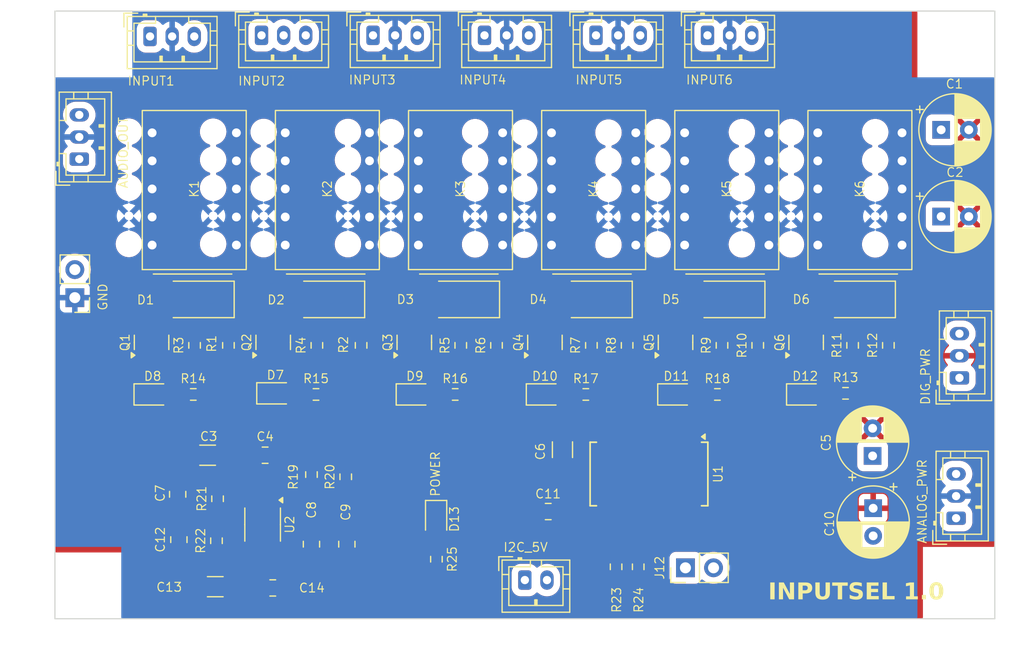
<source format=kicad_pcb>
(kicad_pcb (version 20240108) (generator "pcbnew") (generator_version "8.0")
  (layers (0 "F.Cu" signal) (1 "In1.Cu" signal) (2 "In2.Cu" signal) (31 "B.Cu" signal) (34 "B.Paste" user) (35 "F.Paste" user) (36 "B.SilkS" user "B.Silkscreen") (37 "F.SilkS" user "F.Silkscreen") (38 "B.Mask" user) (39 "F.Mask" user) (44 "Edge.Cuts" user))
  (net 0 "")
  (net 1 "GND")
  (net 2 "AGND")
  (net 3 "RCA1_L")
  (net 4 "RCA1_R")
  (net 5 "RCA2_L")
  (net 6 "RCA2_R")
  (net 7 "RCA3_L")
  (net 8 "RCA4_L")
  (net 9 "RCA4_R")
  (net 10 "3V3")
  (net 11 "RCA3_R")
  (net 12 "V-")
  (net 13 "V+")
  (net 14 "GND_OUT")
  (net 15 "RCA5_L")
  (net 16 "RCA6_L")
  (net 17 "RCA6_R")
  (net 18 "RCA5_R")
  (net 19 "5V")
  (net 20 "SDA_5V")
  (net 21 "SCL_5V")
  (net 22 "Net-(D1-A)")
  (net 23 "Net-(Q1-B)")
  (net 24 "RCA1")
  (net 25 "FL_AIN")
  (net 26 "FR_AIN")
  (net 27 "Net-(D2-A)")
  (net 28 "Net-(Q2-B)")
  (net 29 "Net-(D3-A)")
  (net 30 "Net-(D4-A)")
  (net 31 "Net-(D5-A)")
  (net 32 "Net-(D6-A)")
  (net 33 "Net-(Q3-B)")
  (net 34 "Net-(Q4-B)")
  (net 35 "Net-(Q5-B)")
  (net 36 "Net-(Q6-B)")
  (net 37 "RCA2")
  (net 38 "RCA3")
  (net 39 "RCA4")
  (net 40 "RCA5")
  (net 41 "RCA6")
  (net 42 "OUT_R")
  (net 43 "OUT_L")
  (net 44 "Net-(U2B-+)")
  (net 45 "Net-(U2A-+)")
  (net 46 "Net-(D7-A)")
  (net 47 "Net-(D8-A)")
  (net 48 "Net-(D9-A)")
  (net 49 "Net-(D10-A)")
  (net 50 "Net-(D11-A)")
  (net 51 "Net-(D12-A)")
  (net 52 "Net-(D13-A)")
  (net 53 "Net-(C9-Pad2)")
  (net 54 "Net-(C12-Pad2)")
  (net 55 "Net-(J12-Pin_1)")
  (net 56 "Net-(U1-~{RESET})")
  (footprint "Connector_PinHeader_2.54mm:PinHeader_1x02_P2.54mm_Vertical" (layer "F.Cu") (at 88.2364 87.105 180)
    (property "Reference" "J8" (hide yes))
    (property "Value" "Conn_01x02_Male")
    (pad "1" thru_hole rect (at 0 0 180) (size 1.7 1.7) (drill 1) (layers "*.Cu" "*.Mask") (net 2 "AGND"))
    (pad "2" thru_hole oval (at 0 2.54 180) (size 1.7 1.7) (drill 1) (layers "*.Cu" "*.Mask") (net 14 "GND_OUT"))
  )
  (footprint "Resistor_SMD:R_0603_1608Metric_Pad0.98x0.95mm_HandSolder" (layer "F.Cu") (at 110.1264 91.4228 90)
    (property "Reference" "R4" (at 0 -1.43 90) (layer "F.SilkS") (effects (font (size 0.8 0.8) (thickness 0.1))))
    (property "Value" "1K")
    (pad "1" smd roundrect (at -0.9125 0 90) (size 0.975 0.95) (layers "F.Cu" "F.Paste" "F.Mask") (net 37 "RCA2"))
    (pad "2" smd roundrect (at 0.9125 0 90) (size 0.975 0.95) (layers "F.Cu" "F.Paste" "F.Mask") (net 28 "Net-(Q2-B)"))
  )
  (footprint "Resistor_SMD:R_0603_1608Metric_Pad0.98x0.95mm_HandSolder" (layer "F.Cu") (at 114.1264 91.4228 -90)
    (property "Reference" "R2" (at -0.0578 1.59 90) (layer "F.SilkS") (effects (font (size 0.8 0.8) (thickness 0.1))))
    (property "Value" "4.7K")
    (pad "1" smd roundrect (at -0.9125 0 270) (size 0.975 0.95) (layers "F.Cu" "F.Paste" "F.Mask") (net 1 "GND"))
    (pad "2" smd roundrect (at 0.9125 0 270) (size 0.975 0.95) (layers "F.Cu" "F.Paste" "F.Mask") (net 37 "RCA2"))
  )
  (footprint "MountingHole:MountingHole_3.2mm_M3" (layer "F.Cu") (at 168.9364 113.665)
    (property "Reference" "H4" (hide yes))
    (property "Value" "MountingHole")
    (pad "" np_thru_hole circle (at 0 0) (size 3.2 3.2) (drill 3.2) (layers "*.Cu" "*.Mask"))
  )
  (footprint "Custom:KEMET EA2" (layer "F.Cu") (at 147.1964 77.265 90)
    (property "Reference" "K5" (at 0 0 90) (layer "F.SilkS") (effects (font (size 0.8 0.8) (thickness 0.1))))
    (property "Value" "EA2-5NU")
    (pad "1" thru_hole circle (at -5.08 3.81 90) (size 1.2 1.2) (drill 0.8) (layers "*.Cu" "*.Mask") (net 19 "5V"))
    (pad "3" thru_hole circle (at -2.54 3.81 90) (size 1.2 1.2) (drill 0.8) (layers "*.Cu" "*.Mask") (net 2 "AGND"))
    (pad "4" thru_hole circle (at 0 3.81 90) (size 1.2 1.2) (drill 0.8) (layers "*.Cu" "*.Mask") (net 26 "FR_AIN"))
    (pad "5" thru_hole circle (at 2.54 3.81 90) (size 1.2 1.2) (drill 0.8) (layers "*.Cu" "*.Mask") (net 18 "RCA5_R"))
    (pad "6" thru_hole circle (at 5.08 3.81 90) (size 1.2 1.2) (drill 0.8) (layers "*.Cu" "*.Mask"))
    (pad "7" thru_hole circle (at 5.08 -3.81 90) (size 1.2 1.2) (drill 0.8) (layers "*.Cu" "*.Mask"))
    (pad "8" thru_hole circle (at 2.54 -3.81 90) (size 1.2 1.2) (drill 0.8) (layers "*.Cu" "*.Mask") (net 15 "RCA5_L"))
    (pad "9" thru_hole circle (at 0 -3.81 90) (size 1.2 1.2) (drill 0.8) (layers "*.Cu" "*.Mask") (net 25 "FL_AIN"))
    (pad "10" thru_hole circle (at -2.54 -3.81 90) (size 1.2 1.2) (drill 0.8) (layers "*.Cu" "*.Mask") (net 2 "AGND"))
    (pad "12" thru_hole circle (at -5.08 -3.81 90) (size 1.2 1.2) (drill 0.8) (layers "*.Cu" "*.Mask") (net 31 "Net-(D5-A)"))
  )
  (footprint "Custom:KEMET EA2" (layer "F.Cu") (at 99.0364 77.265 90)
    (property "Reference" "K1" (at 0 0 90) (layer "F.SilkS") (effects (font (size 0.8 0.8) (thickness 0.1))))
    (property "Value" "EA2-5NU")
    (pad "1" thru_hole circle (at -5.08 3.81 90) (size 1.2 1.2) (drill 0.8) (layers "*.Cu" "*.Mask") (net 19 "5V"))
    (pad "3" thru_hole circle (at -2.54 3.81 90) (size 1.2 1.2) (drill 0.8) (layers "*.Cu" "*.Mask") (net 2 "AGND"))
    (pad "4" thru_hole circle (at 0 3.81 90) (size 1.2 1.2) (drill 0.8) (layers "*.Cu" "*.Mask") (net 26 "FR_AIN"))
    (pad "5" thru_hole circle (at 2.54 3.81 90) (size 1.2 1.2) (drill 0.8) (layers "*.Cu" "*.Mask") (net 4 "RCA1_R"))
    (pad "6" thru_hole circle (at 5.08 3.81 90) (size 1.2 1.2) (drill 0.8) (layers "*.Cu" "*.Mask"))
    (pad "7" thru_hole circle (at 5.08 -3.81 90) (size 1.2 1.2) (drill 0.8) (layers "*.Cu" "*.Mask"))
    (pad "8" thru_hole circle (at 2.54 -3.81 90) (size 1.2 1.2) (drill 0.8) (layers "*.Cu" "*.Mask") (net 3 "RCA1_L"))
    (pad "9" thru_hole circle (at 0 -3.81 90) (size 1.2 1.2) (drill 0.8) (layers "*.Cu" "*.Mask") (net 25 "FL_AIN"))
    (pad "10" thru_hole circle (at -2.54 -3.81 90) (size 1.2 1.2) (drill 0.8) (layers "*.Cu" "*.Mask") (net 2 "AGND"))
    (pad "12" thru_hole circle (at -5.08 -3.81 90) (size 1.2 1.2) (drill 0.8) (layers "*.Cu" "*.Mask") (net 22 "Net-(D1-A)"))
  )
  (footprint "Resistor_SMD:R_0603_1608Metric_Pad0.98x0.95mm_HandSolder" (layer "F.Cu") (at 157.9364 95.765)
    (property "Reference" "R13" (at 0 -1.43 0) (layer "F.SilkS") (effects (font (size 0.8 0.8) (thickness 0.1))))
    (property "Value" "300R")
    (pad "1" smd roundrect (at -0.9125 0) (size 0.975 0.95) (layers "F.Cu" "F.Paste" "F.Mask") (net 51 "Net-(D12-A)"))
    (pad "2" smd roundrect (at 0.9125 0) (size 0.975 0.95) (layers "F.Cu" "F.Paste" "F.Mask") (net 41 "RCA6"))
  )
  (footprint "Capacitor_SMD:C_1206_3216Metric_Pad1.33x1.80mm_HandSolder" (layer "F.Cu") (at 100.9364 113.265 180)
    (property "Reference" "C13" (at 4.166787 -0.043312 0) (layer "F.SilkS") (effects (font (size 0.8 0.8) (thickness 0.1))))
    (property "Value" "10U")
    (pad "1" smd roundrect (at -1.5625 0 180) (size 1.325 1.8) (layers "F.Cu" "F.Paste" "F.Mask") (roundrect_rratio 0.188679) (net 13 "V+"))
    (pad "2" smd roundrect (at 1.5625 0 180) (size 1.325 1.8) (layers "F.Cu" "F.Paste" "F.Mask") (roundrect_rratio 0.188679) (net 2 "AGND"))
  )
  (footprint "Diode_SMD:D_SMA" (layer "F.Cu") (at 147.1364 87.265 180)
    (property "Reference" "D5" (at 5 0 0) (layer "F.SilkS") (effects (font (size 0.8 0.8) (thickness 0.1))))
    (property "Value" "1N4001")
    (pad "1" smd roundrect (at -2 0 180) (size 2.5 1.8) (layers "F.Cu" "F.Paste" "F.Mask") (roundrect_rratio 0.1388888889) (net 19 "5V"))
    (pad "2" smd roundrect (at 2 0 180) (size 2.5 1.8) (layers "F.Cu" "F.Paste" "F.Mask") (roundrect_rratio 0.1388888889) (net 31 "Net-(D5-A)"))
  )
  (footprint "Diode_SMD:D_SMA" (layer "F.Cu") (at 99.1364 87.265 180)
    (property "Reference" "D1" (at 4.5 -0.04 0) (layer "F.SilkS") (effects (font (size 0.8 0.8) (thickness 0.1))))
    (property "Value" "1N4001")
    (pad "1" smd roundrect (at -2 0 180) (size 2.5 1.8) (layers "F.Cu" "F.Paste" "F.Mask") (roundrect_rratio 0.1388888889) (net 19 "5V"))
    (pad "2" smd roundrect (at 2 0 180) (size 2.5 1.8) (layers "F.Cu" "F.Paste" "F.Mask") (roundrect_rratio 0.1388888889) (net 22 "Net-(D1-A)"))
  )
  (footprint "Resistor_SMD:R_0603_1608Metric_Pad0.98x0.95mm_HandSolder" (layer "F.Cu") (at 122.6364 95.865)
    (property "Reference" "R16" (at 0 -1.43 0) (layer "F.SilkS") (effects (font (size 0.8 0.8) (thickness 0.1))))
    (property "Value" "300R")
    (pad "1" smd roundrect (at -0.9125 0) (size 0.975 0.95) (layers "F.Cu" "F.Paste" "F.Mask") (net 48 "Net-(D9-A)"))
    (pad "2" smd roundrect (at 0.9125 0) (size 0.975 0.95) (layers "F.Cu" "F.Paste" "F.Mask") (net 38 "RCA3"))
  )
  (footprint "Diode_SMD:D_SMA" (layer "F.Cu") (at 158.9364 87.265 180)
    (property "Reference" "D6" (at 5 0 0) (layer "F.SilkS") (effects (font (size 0.8 0.8) (thickness 0.1))))
    (property "Value" "1N4001")
    (pad "1" smd roundrect (at -2 0 180) (size 2.5 1.8) (layers "F.Cu" "F.Paste" "F.Mask") (roundrect_rratio 0.1388888889) (net 19 "5V"))
    (pad "2" smd roundrect (at 2 0 180) (size 2.5 1.8) (layers "F.Cu" "F.Paste" "F.Mask") (roundrect_rratio 0.1388888889) (net 32 "Net-(D6-A)"))
  )
  (footprint "Custom:KEMET EA2" (layer "F.Cu") (at 159.2364 77.265 90)
    (property "Reference" "K6" (at 0 0 90) (layer "F.SilkS") (effects (font (size 0.8 0.8) (thickness 0.1))))
    (property "Value" "EA2-5NU")
    (pad "1" thru_hole circle (at -5.08 3.81 90) (size 1.2 1.2) (drill 0.8) (layers "*.Cu" "*.Mask") (net 19 "5V"))
    (pad "3" thru_hole circle (at -2.54 3.81 90) (size 1.2 1.2) (drill 0.8) (layers "*.Cu" "*.Mask") (net 2 "AGND"))
    (pad "4" thru_hole circle (at 0 3.81 90) (size 1.2 1.2) (drill 0.8) (layers "*.Cu" "*.Mask") (net 26 "FR_AIN"))
    (pad "5" thru_hole circle (at 2.54 3.81 90) (size 1.2 1.2) (drill 0.8) (layers "*.Cu" "*.Mask") (net 17 "RCA6_R"))
    (pad "6" thru_hole circle (at 5.08 3.81 90) (size 1.2 1.2) (drill 0.8) (layers "*.Cu" "*.Mask"))
    (pad "7" thru_hole circle (at 5.08 -3.81 90) (size 1.2 1.2) (drill 0.8) (layers "*.Cu" "*.Mask"))
    (pad "8" thru_hole circle (at 2.54 -3.81 90) (size 1.2 1.2) (drill 0.8) (layers "*.Cu" "*.Mask") (net 16 "RCA6_L"))
    (pad "9" thru_hole circle (at 0 -3.81 90) (size 1.2 1.2) (drill 0.8) (layers "*.Cu" "*.Mask") (net 25 "FL_AIN"))
    (pad "10" thru_hole circle (at -2.54 -3.81 90) (size 1.2 1.2) (drill 0.8) (layers "*.Cu" "*.Mask") (net 2 "AGND"))
    (pad "12" thru_hole circle (at -5.08 -3.81 90) (size 1.2 1.2) (drill 0.8) (layers "*.Cu" "*.Mask") (net 32 "Net-(D6-A)"))
  )
  (footprint "Resistor_SMD:R_0603_1608Metric_Pad0.98x0.95mm_HandSolder" (layer "F.Cu") (at 149.9976 91.4228 90)
    (property "Reference" "R10" (at 0 -1.43 90) (layer "F.SilkS") (effects (font (size 0.8 0.8) (thickness 0.1))))
    (property "Value" "4.7K")
    (pad "1" smd roundrect (at -0.9125 0 90) (size 0.975 0.95) (layers "F.Cu" "F.Paste" "F.Mask") (net 1 "GND"))
    (pad "2" smd roundrect (at 0.9125 0 90) (size 0.975 0.95) (layers "F.Cu" "F.Paste" "F.Mask") (net 40 "RCA5"))
  )
  (footprint "Custom:KEMET EA2" (layer "F.Cu") (at 135.1564 77.265 90)
    (property "Reference" "K4" (at 0 0 90) (layer "F.SilkS") (effects (font (size 0.8 0.8) (thickness 0.1))))
    (property "Value" "EA2-5NU")
    (pad "1" thru_hole circle (at -5.08 3.81 90) (size 1.2 1.2) (drill 0.8) (layers "*.Cu" "*.Mask") (net 19 "5V"))
    (pad "3" thru_hole circle (at -2.54 3.81 90) (size 1.2 1.2) (drill 0.8) (layers "*.Cu" "*.Mask") (net 2 "AGND"))
    (pad "4" thru_hole circle (at 0 3.81 90) (size 1.2 1.2) (drill 0.8) (layers "*.Cu" "*.Mask") (net 26 "FR_AIN"))
    (pad "5" thru_hole circle (at 2.54 3.81 90) (size 1.2 1.2) (drill 0.8) (layers "*.Cu" "*.Mask") (net 9 "RCA4_R"))
    (pad "6" thru_hole circle (at 5.08 3.81 90) (size 1.2 1.2) (drill 0.8) (layers "*.Cu" "*.Mask"))
    (pad "7" thru_hole circle (at 5.08 -3.81 90) (size 1.2 1.2) (drill 0.8) (layers "*.Cu" "*.Mask"))
    (pad "8" thru_hole circle (at 2.54 -3.81 90) (size 1.2 1.2) (drill 0.8) (layers "*.Cu" "*.Mask") (net 8 "RCA4_L"))
    (pad "9" thru_hole circle (at 0 -3.81 90) (size 1.2 1.2) (drill 0.8) (layers "*.Cu" "*.Mask") (net 25 "FL_AIN"))
    (pad "10" thru_hole circle (at -2.54 -3.81 90) (size 1.2 1.2) (drill 0.8) (layers "*.Cu" "*.Mask") (net 2 "AGND"))
    (pad "12" thru_hole circle (at -5.08 -3.81 90) (size 1.2 1.2) (drill 0.8) (layers "*.Cu" "*.Mask") (net 30 "Net-(D4-A)"))
  )
  (footprint "Package_TO_SOT_SMD:SOT-23" (layer "F.Cu") (at 130.7493 91.1528 90)
    (property "Reference" "Q4" (at 0 -2.4 90) (layer "F.SilkS") (effects (font (size 0.8 0.8) (thickness 0.1))))
    (property "Value" "BC859")
    (pad "1" smd roundrect (at -0.9375 -0.95 90) (size 1.475 0.6) (layers "F.Cu" "F.Paste" "F.Mask") (net 34 "Net-(Q4-B)"))
    (pad "2" smd roundrect (at -0.9375 0.95 90) (size 1.475 0.6) (layers "F.Cu" "F.Paste" "F.Mask") (net 30 "Net-(D4-A)"))
    (pad "3" smd roundrect (at 0.9375 0 90) (size 1.475 0.6) (layers "F.Cu" "F.Paste" "F.Mask") (net 1 "GND"))
  )
  (footprint "Package_TO_SOT_SMD:SOT-23" (layer "F.Cu") (at 95.1764 91.1528 90)
    (property "Reference" "Q1" (at 0 -2.4 90) (layer "F.SilkS") (effects (font (size 0.8 0.8) (thickness 0.1))))
    (property "Value" "BC859")
    (pad "1" smd roundrect (at -0.9375 -0.95 90) (size 1.475 0.6) (layers "F.Cu" "F.Paste" "F.Mask") (net 23 "Net-(Q1-B)"))
    (pad "2" smd roundrect (at -0.9375 0.95 90) (size 1.475 0.6) (layers "F.Cu" "F.Paste" "F.Mask") (net 22 "Net-(D1-A)"))
    (pad "3" smd roundrect (at 0.9375 0 90) (size 1.475 0.6) (layers "F.Cu" "F.Paste" "F.Mask") (net 1 "GND"))
  )
  (footprint "Capacitor_SMD:C_1206_3216Metric_Pad1.33x1.80mm_HandSolder" (layer "F.Cu") (at 132.3364 100.865 -90)
    (property "Reference" "C6" (at 0.1625 2 90) (layer "F.SilkS") (effects (font (size 0.8 0.8) (thickness 0.1))))
    (property "Value" "10U")
    (pad "1" smd roundrect (at -1.5625 0 270) (size 1.325 1.8) (layers "F.Cu" "F.Paste" "F.Mask") (roundrect_rratio 0.188679) (net 19 "5V"))
    (pad "2" smd roundrect (at 1.5625 0 270) (size 1.325 1.8) (layers "F.Cu" "F.Paste" "F.Mask") (roundrect_rratio 0.188679) (net 1 "GND"))
  )
  (footprint "LED_SMD:LED_0805_2012Metric" (layer "F.Cu") (at 106.3739 95.765)
    (property "Reference" "D7" (at 0 -1.65 0) (layer "F.SilkS") (effects (font (size 0.8 0.8) (thickness 0.1))))
    (property "Value" "RED")
    (pad "1" smd roundrect (at -0.9375 0) (size 0.975 1.4) (layers "F.Cu" "F.Paste" "F.Mask") (net 1 "GND"))
    (pad "2" smd roundrect (at 0.9375 0) (size 0.975 1.4) (layers "F.Cu" "F.Paste" "F.Mask") (net 46 "Net-(D7-A)"))
  )
  (footprint "Resistor_SMD:R_0603_1608Metric_Pad0.98x0.95mm_HandSolder" (layer "F.Cu") (at 123.139 91.4228 90)
    (property "Reference" "R5" (at 0 -1.43 90) (layer "F.SilkS") (effects (font (size 0.8 0.8) (thickness 0.1))))
    (property "Value" "1K")
    (pad "1" smd roundrect (at -0.9125 0 90) (size 0.975 0.95) (layers "F.Cu" "F.Paste" "F.Mask") (net 38 "RCA3"))
    (pad "2" smd roundrect (at 0.9125 0 90) (size 0.975 0.95) (layers "F.Cu" "F.Paste" "F.Mask") (net 33 "Net-(Q3-B)"))
  )
  (footprint "Connector_JST:JST_PH_B3B-PH-K_1x03_P2.00mm_Vertical" (layer "F.Cu") (at 115.2031 63.365)
    (property "Reference" "J4" (hide yes))
    (property "Value" "Conn_01x03_Pin")
    (pad "1" thru_hole roundrect (at 0 0) (size 1.2 1.75) (drill 0.75) (layers "*.Cu" "*.Mask") (roundrect_rratio 0.2083333333) (net 7 "RCA3_L"))
    (pad "2" thru_hole oval (at 2 0) (size 1.2 1.75) (drill 0.75) (layers "*.Cu" "*.Mask") (net 2 "AGND"))
    (pad "3" thru_hole oval (at 4 0) (size 1.2 1.75) (drill 0.75) (layers "*.Cu" "*.Mask") (net 11 "RCA3_R"))
  )
  (footprint "Custom:KEMET EA2" (layer "F.Cu") (at 111.0764 77.265 90)
    (property "Reference" "K2" (at 0 0 90) (layer "F.SilkS") (effects (font (size 0.8 0.8) (thickness 0.1))))
    (property "Value" "EA2-5NU")
    (pad "1" thru_hole circle (at -5.08 3.81 90) (size 1.2 1.2) (drill 0.8) (layers "*.Cu" "*.Mask") (net 19 "5V"))
    (pad "3" thru_hole circle (at -2.54 3.81 90) (size 1.2 1.2) (drill 0.8) (layers "*.Cu" "*.Mask") (net 2 "AGND"))
    (pad "4" thru_hole circle (at 0 3.81 90) (size 1.2 1.2) (drill 0.8) (layers "*.Cu" "*.Mask") (net 26 "FR_AIN"))
    (pad "5" thru_hole circle (at 2.54 3.81 90) (size 1.2 1.2) (drill 0.8) (layers "*.Cu" "*.Mask") (net 6 "RCA2_R"))
    (pad "6" thru_hole circle (at 5.08 3.81 90) (size 1.2 1.2) (drill 0.8) (layers "*.Cu" "*.Mask"))
    (pad "7" thru_hole circle (at 5.08 -3.81 90) (size 1.2 1.2) (drill 0.8) (layers "*.Cu" "*.Mask"))
    (pad "8" thru_hole circle (at 2.54 -3.81 90) (size 1.2 1.2) (drill 0.8) (layers "*.Cu" "*.Mask") (net 5 "RCA2_L"))
    (pad "9" thru_hole circle (at 0 -3.81 90) (size 1.2 1.2) (drill 0.8) (layers "*.Cu" "*.Mask") (net 25 "FL_AIN"))
    (pad "10" thru_hole circle (at -2.54 -3.81 90) (size 1.2 1.2) (drill 0.8) (layers "*.Cu" "*.Mask") (net 2 "AGND"))
    (pad "12" thru_hole circle (at -5.08 -3.81 90) (size 1.2 1.2) (drill 0.8) (layers "*.Cu" "*.Mask") (net 27 "Net-(D2-A)"))
  )
  (footprint "Resistor_SMD:R_0603_1608Metric_Pad0.98x0.95mm_HandSolder" (layer "F.Cu") (at 139.1864 111.465 90)
    (property "Reference" "R24" (at -3 0.05 90) (layer "F.SilkS") (effects (font (size 0.8 0.8) (thickness 0.1))))
    (property "Value" "4.7K")
    (pad "1" smd roundrect (at -0.9125 0 90) (size 0.975 0.95) (layers "F.Cu" "F.Paste" "F.Mask") (net 19 "5V"))
    (pad "2" smd roundrect (at 0.9125 0 90) (size 0.975 0.95) (layers "F.Cu" "F.Paste" "F.Mask") (net 56 "Net-(U1-~{RESET})"))
  )
  (footprint "LED_SMD:LED_0805_2012Metric" (layer "F.Cu") (at 142.6364 95.865)
    (property "Reference" "D11" (at 0 -1.65 0) (layer "F.SilkS") (effects (font (size 0.8 0.8) (thickness 0.1))))
    (property "Value" "RED")
    (pad "1" smd roundrect (at -0.9375 0) (size 0.975 1.4) (layers "F.Cu" "F.Paste" "F.Mask") (net 1 "GND"))
    (pad "2" smd roundrect (at 0.9375 0) (size 0.975 1.4) (layers "F.Cu" "F.Paste" "F.Mask") (net 50 "Net-(D11-A)"))
  )
  (footprint "Resistor_SMD:R_0603_1608Metric_Pad0.98x0.95mm_HandSolder" (layer "F.Cu") (at 112.7364 103.3173 90)
    (property "Reference" "R20" (at 0 -1.43 90) (layer "F.SilkS") (effects (font (size 0.8 0.8) (thickness 0.1))))
    (property "Value" "1K")
    (pad "1" smd roundrect (at -0.9125 0 90) (size 0.975 0.95) (layers "F.Cu" "F.Paste" "F.Mask") (net 26 "FR_AIN"))
    (pad "2" smd roundrect (at 0.9125 0 90) (size 0.975 0.95) (layers "F.Cu" "F.Paste" "F.Mask") (net 53 "Net-(C9-Pad2)"))
  )
  (footprint "Connector_JST:JST_PH_B3B-PH-K_1x03_P2.00mm_Vertical" (layer "F.Cu") (at 145.4531 63.365)
    (property "Reference" "J7" (hide yes))
    (property "Value" "Conn_01x03_Pin")
    (pad "1" thru_hole roundrect (at 0 0) (size 1.2 1.75) (drill 0.75) (layers "*.Cu" "*.Mask") (roundrect_rratio 0.208333) (net 15 "RCA5_L"))
    (pad "2" thru_hole oval (at 2 0) (size 1.2 1.75) (drill 0.75) (layers "*.Cu" "*.Mask") (net 2 "AGND"))
    (pad "3" thru_hole oval (at 4 0) (size 1.2 1.75) (drill 0.75) (layers "*.Cu" "*.Mask") (net 18 "RCA5_R"))
  )
  (footprint "Connector_JST:JST_PH_B3B-PH-K_1x03_P2.00mm_Vertical" (layer "F.Cu") (at 168.2364 94.365 90)
    (property "Reference" "J9" (hide yes))
    (property "Value" "Conn_01x03_Pin")
    (pad "1" thru_hole roundrect (at 0 0 90) (size 1.2 1.75) (drill 0.75) (layers "*.Cu" "*.Mask") (roundrect_rratio 0.208333) (net 10 "3V3"))
    (pad "2" thru_hole oval (at 2 0 90) (size 1.2 1.75) (drill 0.75) (layers "*.Cu" "*.Mask") (net 1 "GND"))
    (pad "3" thru_hole oval (at 4 0 90) (size 1.2 1.75) (drill 0.75) (layers "*.Cu" "*.Mask") (net 19 "5V"))
  )
  (footprint "Package_TO_SOT_SMD:SOT-23" (layer "F.Cu") (at 142.5623 91.1528 90)
    (property "Reference" "Q5" (at 0 -2.4 90) (layer "F.SilkS") (effects (font (size 0.8 0.8) (thickness 0.1))))
    (property "Value" "BC859")
    (pad "1" smd roundrect (at -0.9375 -0.95 90) (size 1.475 0.6) (layers "F.Cu" "F.Paste" "F.Mask") (net 35 "Net-(Q5-B)"))
    (pad "2" smd roundrect (at -0.9375 0.95 90) (size 1.475 0.6) (layers "F.Cu" "F.Paste" "F.Mask") (net 31 "Net-(D5-A)"))
    (pad "3" smd roundrect (at 0.9375 0 90) (size 1.475 0.6) (layers "F.Cu" "F.Paste" "F.Mask") (net 1 "GND"))
  )
  (footprint "Capacitor_THT:CP_Radial_D6.3mm_P2.50mm" (layer "F.Cu") (at 166.5864 71.915)
    (property "Reference" "C1" (at 1.2 -4.15 0) (layer "F.SilkS") (effects (font (size 0.8 0.8) (thickness 0.1))))
    (property "Value" "470u")
    (pad "1" thru_hole rect (at 0 0) (size 1.6 1.6) (drill 0.8) (layers "*.Cu" "*.Mask") (net 10 "3V3"))
    (pad "2" thru_hole circle (at 2.5 0) (size 1.6 1.6) (drill 0.8) (layers "*.Cu" "*.Mask") (net 1 "GND"))
  )
  (footprint "Package_SO:SSOP-28_5.3x10.2mm_P0.65mm" (layer "F.Cu") (at 140.1614 103.065 -90)
    (property "Reference" "U1" (at 0 -6.25 90) (layer "F.SilkS") (effects (font (size 0.8 0.8) (thickness 0.1))))
    (property "Value" "MCP23017_SS")
    (pad "1" smd rect (at -3.6 -4.225 270) (size 1.75 0.45) (layers "F.Cu" "F.Paste" "F.Mask"))
    (pad "2" smd rect (at -3.6 -3.575 270) (size 1.75 0.45) (layers "F.Cu" "F.Paste" "F.Mask"))
    (pad "3" smd rect (at -3.6 -2.925 270) (size 1.75 0.45) (layers "F.Cu" "F.Paste" "F.Mask") (net 41 "RCA6"))
    (pad "4" smd rect (at -3.6 -2.275 270) (size 1.75 0.45) (layers "F.Cu" "F.Paste" "F.Mask") (net 40 "RCA5"))
    (pad "5" smd rect (at -3.6 -1.625 270) (size 1.75 0.45) (layers "F.Cu" "F.Paste" "F.Mask") (net 39 "RCA4"))
    (pad "6" smd rect (at -3.6 -0.975 270) (size 1.75 0.45) (layers "F.Cu" "F.Paste" "F.Mask") (net 38 "RCA3"))
    (pad "7" smd rect (at -3.6 -0.325 270) (size 1.75 0.45) (layers "F.Cu" "F.Paste" "F.Mask") (net 37 "RCA2"))
    (pad "8" smd rect (at -3.6 0.325 270) (size 1.75 0.45) (layers "F.Cu" "F.Paste" "F.Mask") (net 24 "RCA1"))
    (pad "9" smd rect (at -3.6 0.975 270) (size 1.75 0.45) (layers "F.Cu" "F.Paste" "F.Mask") (net 19 "5V"))
    (pad "10" smd rect (at -3.6 1.625 270) (size 1.75 0.45) (layers "F.Cu" "F.Paste" "F.Mask") (net 1 "GND"))
    (pad "11" smd rect (at -3.6 2.275 270) (size 1.75 0.45) (layers "F.Cu" "F.Paste" "F.Mask"))
    (pad "12" smd rect (at -3.6 2.925 270) (size 1.75 0.45) (layers "F.Cu" "F.Paste" "F.Mask") (net 21 "SCL_5V"))
    (pad "13" smd rect (at -3.6 3.575 270) (size 1.75 0.45) (layers "F.Cu" "F.Paste" "F.Mask") (net 20 "SDA_5V"))
    (pad "14" smd rect (at -3.6 4.225 270) (size 1.75 0.45) (layers "F.Cu" "F.Paste" "F.Mask"))
    (pad "15" smd rect (at 3.6 4.225 270) (size 1.75 0.45) (layers "F.Cu" "F.Paste" "F.Mask") (net 55 "Net-(J12-Pin_1)"))
    (pad "16" smd rect (at 3.6 3.575 270) (size 1.75 0.45) (layers "F.Cu" "F.Paste" "F.Mask") (net 1 "GND"))
    (pad "17" smd rect (at 3.6 2.925 270) (size 1.75 0.45) (layers "F.Cu" "F.Paste" "F.Mask") (net 1 "GND"))
    (pad "18" smd rect (at 3.6 2.275 270) (size 1.75 0.45) (layers "F.Cu" "F.Paste" "F.Mask") (net 56 "Net-(U1-~{RESET})"))
    (pad "19" smd rect (at 3.6 1.625 270) (size 1.75 0.45) (layers "F.Cu" "F.Paste" "F.Mask"))
    (pad "20" smd rect (at 3.6 0.975 270) (size 1.75 0.45) (layers "F.Cu" "F.Paste" "F.Mask"))
    (pad "21" smd rect (at 3.6 0.325 270) (size 1.75 0.45) (layers "F.Cu" "F.Paste" "F.Mask"))
    (pad "22" smd rect (at 3.6 -0.325 270) (size 1.75 0.45) (layers "F.Cu" "F.Paste" "F.Mask"))
    (pad "23" smd rect (at 3.6 -0.975 270) (size 1.75 0.45) (layers "F.Cu" "F.Paste" "F.Mask"))
    (pad "24" smd rect (at 3.6 -1.625 270) (size 1.75 0.45) (layers "F.Cu" "F.Paste" "F.Mask"))
    (pad "25" smd rect (at 3.6 -2.275 270) (size 1.75 0.45) (layers "F.Cu" "F.Paste" "F.Mask"))
    (pad "26" smd rect (at 3.6 -2.925 270) (size 1.75 0.45) (layers "F.Cu" "F.Paste" "F.Mask"))
    (pad "27" smd rect (at 3.6 -3.575 270) (size 1.75 0.45) (layers "F.Cu" "F.Paste" "F.Mask"))
    (pad "28" smd rect (at 3.6 -4.225 270) (size 1.75 0.45) (layers "F.Cu" "F.Paste" "F.Mask"))
  )
  (footprint "MountingHole:MountingHole_3.2mm_M3" (layer "F.Cu") (at 88.9364 63.665)
    (property "Reference" "H1" (hide yes))
    (property "Value" "MountingHole")
    (pad "" np_thru_hole circle (at 0 0) (size 3.2 3.2) (drill 3.2) (layers "*.Cu" "*.Mask"))
  )
  (footprint "Capacitor_SMD:C_0805_2012Metric_Pad1.18x1.45mm_HandSolder" (layer "F.Cu") (at 105.4458 101.365)
    (property "Reference" "C4" (at 0 -1.68 0) (layer "F.SilkS") (effects (font (size 0.8 0.8) (thickness 0.1))))
    (property "Value" "0.1U")
    (pad "1" smd roundrect (at -1.0375 0) (size 1.175 1.45) (layers "F.Cu" "F.Paste" "F.Mask") (roundrect_rratio 0.212766) (net 12 "V-"))
    (pad "2" smd roundrect (at 1.0375 0) (size 1.175 1.45) (layers "F.Cu" "F.Paste" "F.Mask") (roundrect_rratio 0.212766) (net 2 "AGND"))
  )
  (footprint "Resistor_SMD:R_0603_1608Metric_Pad0.98x0.95mm_HandSolder" (layer "F.Cu") (at 146.7649 91.4228 90)
    (property "Reference" "R9" (at 0 -1.43 90) (layer "F.SilkS") (effects (font (size 0.8 0.8) (thickness 0.1))))
    (property "Value" "1K")
    (pad "1" smd roundrect (at -0.9125 0 90) (size 0.975 0.95) (layers "F.Cu" "F.Paste" "F.Mask") (net 40 "RCA5"))
    (pad "2" smd roundrect (at 0.9125 0 90) (size 0.975 0.95) (layers "F.Cu" "F.Paste" "F.Mask") (net 35 "Net-(Q5-B)"))
  )
  (footprint "Package_TO_SOT_SMD:SOT-23" (layer "F.Cu") (at 106.1764 91.1528 90)
    (property "Reference" "Q2" (at 0 -2.4 90) (layer "F.SilkS") (effects (font (size 0.8 0.8) (thickness 0.1))))
    (property "Value" "BC859")
    (pad "1" smd roundrect (at -0.9375 -0.95 90) (size 1.475 0.6) (layers "F.Cu" "F.Paste" "F.Mask") (net 28 "Net-(Q2-B)"))
    (pad "2" smd roundrect (at -0.9375 0.95 90) (size 1.475 0.6) (layers "F.Cu" "F.Paste" "F.Mask") (net 27 "Net-(D2-A)"))
    (pad "3" smd roundrect (at 0.9375 0 90) (size 1.475 0.6) (layers "F.Cu" "F.Paste" "F.Mask") (net 1 "GND"))
  )
  (footprint "Resistor_SMD:R_0603_1608Metric_Pad0.98x0.95mm_HandSolder" (layer "F.Cu") (at 158.5779 91.4228 90)
    (property "Reference" "R11" (at 0 -1.43 90) (layer "F.SilkS") (effects (font (size 0.8 0.8) (thickness 0.1))))
    (property "Value" "1K")
    (pad "1" smd roundrect (at -0.9125 0 90) (size 0.975 0.95) (layers "F.Cu" "F.Paste" "F.Mask") (net 41 "RCA6"))
    (pad "2" smd roundrect (at 0.9125 0 90) (size 0.975 0.95) (layers "F.Cu" "F.Paste" "F.Mask") (net 36 "Net-(Q6-B)"))
  )
  (footprint "Connector_JST:JST_PH_B3B-PH-K_1x03_P2.00mm_Vertical" (layer "F.Cu") (at 95.0364 63.465)
    (property "Reference" "J2" (hide yes))
    (property "Value" "Conn_01x03_Pin")
    (pad "1" thru_hole roundrect (at 0 0) (size 1.2 1.75) (drill 0.75) (layers "*.Cu" "*.Mask") (roundrect_rratio 0.2083333333) (net 5 "RCA2_L"))
    (pad "2" thru_hole oval (at 2 0) (size 1.2 1.75) (drill 0.75) (layers "*.Cu" "*.Mask") (net 2 "AGND"))
    (pad "3" thru_hole oval (at 4 0) (size 1.2 1.75) (drill 0.75) (layers "*.Cu" "*.Mask") (net 6 "RCA2_R"))
  )
  (footprint "Connector_JST:JST_PH_B3B-PH-K_1x03_P2.00mm_Vertical" (layer "F.Cu") (at 88.6364 74.565 90)
    (property "Reference" "J1" (hide yes))
    (property "Value" "Conn_01x03_Pin")
    (pad "1" thru_hole roundrect (at 0 0 90) (size 1.2 1.75) (drill 0.75) (layers "*.Cu" "*.Mask") (roundrect_rratio 0.2083333333) (net 3 "RCA1_L"))
    (pad "2" thru_hole oval (at 2 0 90) (size 1.2 1.75) (drill 0.75) (layers "*.Cu" "*.Mask") (net 2 "AGND"))
    (pad "3" thru_hole oval (at 4 0 90) (size 1.2 1.75) (drill 0.75) (layers "*.Cu" "*.Mask") (net 4 "RCA1_R"))
  )
  (footprint "Package_TO_SOT_SMD:SOT-23" (layer "F.Cu") (at 118.9364 91.1528 90)
    (property "Reference" "Q3" (at 0 -2.4 90) (layer "F.SilkS") (effects (font (size 0.8 0.8) (thickness 0.1))))
    (property "Value" "BC859")
    (pad "1" smd roundrect (at -0.9375 -0.95 90) (size 1.475 0.6) (layers "F.Cu" "F.Paste" "F.Mask") (net 33 "Net-(Q3-B)"))
    (pad "2" smd roundrect (at -0.9375 0.95 90) (size 1.475 0.6) (layers "F.Cu" "F.Paste" "F.Mask") (net 29 "Net-(D3-A)"))
    (pad "3" smd roundrect (at 0.9375 0 90) (size 1.475 0.6) (layers "F.Cu" "F.Paste" "F.Mask") (net 1 "GND"))
  )
  (footprint "Connector_JST:JST_PH_B3B-PH-K_1x03_P2.00mm_Vertical" (layer "F.Cu") (at 105.1198 63.365)
    (property "Reference" "J3" (hide yes))
    (property "Value" "Conn_01x03_Pin")
    (pad "1" thru_hole roundrect (at 0 0) (size 1.2 1.75) (drill 0.75) (layers "*.Cu" "*.Mask") (roundrect_rratio 0.208333) (net 43 "OUT_L"))
    (pad "2" thru_hole oval (at 2 0) (size 1.2 1.75) (drill 0.75) (layers "*.Cu" "*.Mask") (net 14 "GND_OUT"))
    (pad "3" thru_hole oval (at 4 0) (size 1.2 1.75) (drill 0.75) (layers "*.Cu" "*.Mask") (net 42 "OUT_R"))
  )
  (footprint "Resistor_SMD:R_0603_1608Metric_Pad0.98x0.95mm_HandSolder" (layer "F.Cu") (at 109.6364 103.1173 90)
    (property "Reference" "R19" (at -0.212185 -1.64783 90) (layer "F.SilkS") (effects (font (size 0.8 0.8) (thickness 0.1))))
    (property "Value" "2K")
    (pad "1" smd roundrect (at -0.9125 0 90) (size 0.975 0.95) (layers "F.Cu" "F.Paste" "F.Mask") (net 53 "Net-(C9-Pad2)"))
    (pad "2" smd roundrect (at 0.9125 0 90) (size 0.975 0.95) (layers "F.Cu" "F.Paste" "F.Mask") (net 45 "Net-(U2A-+)"))
  )
  (footprint "Diode_SMD:D_SMA" (layer "F.Cu") (at 110.9364 87.265 180)
    (property "Reference" "D2" (at 4.5 -0.04 0) (layer "F.SilkS") (effects (font (size 0.8 0.8) (thickness 0.1))))
    (property "Value" "1N4001")
    (pad "1" smd roundrect (at -2 0 180) (size 2.5 1.8) (layers "F.Cu" "F.Paste" "F.Mask") (roundrect_rratio 0.1388888889) (net 19 "5V"))
    (pad "2" smd roundrect (at 2 0 180) (size 2.5 1.8) (layers "F.Cu" "F.Paste" "F.Mask") (roundrect_rratio 0.1388888889) (net 27 "Net-(D2-A)"))
  )
  (footprint "Resistor_SMD:R_0603_1608Metric_Pad0.98x0.95mm_HandSolder" (layer "F.Cu") (at 110.0489 95.865)
    (property "Reference" "R15" (at 0 -1.43 0) (layer "F.SilkS") (effects (font (size 0.8 0.8) (thickness 0.1))))
    (property "Value" "300R")
    (pad "1" smd roundrect (at -0.9125 0) (size 0.975 0.95) (layers "F.Cu" "F.Paste" "F.Mask") (net 46 "Net-(D7-A)"))
    (pad "2" smd roundrect (at 0.9125 0) (size 0.975 0.95) (layers "F.Cu" "F.Paste" "F.Mask") (net 37 "RCA2"))
  )
  (footprint "Package_SO:VSSOP-8_3x3mm_P0.65mm" (layer "F.Cu") (at 105.2208 107.6435 -90)
    (property "Reference" "U2" (at 0 -2.45 90) (layer "F.SilkS") (effects (font (size 0.8 0.8) (thickness 0.1))))
    (property "Value" "OPA1642")
    (pad "1" smd roundrect (at -2.1125 -0.975 270) (size 1.625 0.5) (layers "F.Cu" "F.Paste" "F.Mask") (net 42 "OUT_R"))
    (pad "2" smd roundrect (at -2.1125 -0.325 270) (size 1.625 0.5) (layers "F.Cu" "F.Paste" "F.Mask") (net 42 "OUT_R"))
    (pad "3" smd roundrect (at -2.1125 0.325 270) (size 1.625 0.5) (layers "F.Cu" "F.Paste" "F.Mask") (net 45 "Net-(U2A-+)"))
    (pad "4" smd roundrect (at -2.1125 0.975 270) (size 1.625 0.5) (layers "F.Cu" "F.Paste" "F.Mask") (net 12 "V-"))
    (pad "5" smd roundrect (at 2.1125 0.975 270) (size 1.625 0.5) (layers "F.Cu" "F.Paste" "F.Mask") (net 44 "Net-(U2B-+)"))
    (pad "6" smd roundrect (at 2.1125 0.325 270) (size 1.625 0.5) (layers "F.Cu" "F.Paste" "F.Mask") (net 43 "OUT_L"))
    (pad "7" smd roundrect (at 2.1125 -0.325 270) (size 1.625 0.5) (layers "F.Cu" "F.Paste" "F.Mask") (net 43 "OUT_L"))
    (pad "8" smd roundrect (at 2.1125 -0.975 270) (size 1.625 0.5) (layers "F.Cu" "F.Paste" "F.Mask") (net 13 "V+"))
  )
  (footprint "Resistor_SMD:R_0603_1608Metric_Pad0.98x0.95mm_HandSolder" (layer "F.Cu") (at 146.3489 95.865)
    (property "Reference" "R18" (at 0 -1.43 0) (layer "F.SilkS") (effects (font (size 0.8 0.8) (thickness 0.1))))
    (property "Value" "300R")
    (pad "1" smd roundrect (at -0.9125 0) (size 0.975 0.95) (layers "F.Cu" "F.Paste" "F.Mask") (net 50 "Net-(D11-A)"))
    (pad "2" smd roundrect (at 0.9125 0) (size 0.975 0.95) (layers "F.Cu" "F.Paste" "F.Mask") (net 40 "RCA5"))
  )
  (footprint "Resistor_SMD:R_0603_1608Metric_Pad0.98x0.95mm_HandSolder" (layer "F.Cu") (at 134.952 91.4228 90)
    (property "Reference" "R7" (at 0 -1.43 90) (layer "F.SilkS") (effects (font (size 0.8 0.8) (thickness 0.1))))
    (property "Value" "1K")
    (pad "1" smd roundrect (at -0.9125 0 90) (size 0.975 0.95) (layers "F.Cu" "F.Paste" "F.Mask") (net 39 "RCA4"))
    (pad "2" smd roundrect (at 0.9125 0 90) (size 0.975 0.95) (layers "F.Cu" "F.Paste" "F.Mask") (net 34 "Net-(Q4-B)"))
  )
  (footprint "LED_SMD:LED_0805_2012Metric" (layer "F.Cu") (at 154.2873 95.865)
    (property "Reference" "D12" (at 0 -1.65 0) (layer "F.SilkS") (effects (font (size 0.8 0.8) (thickness 0.1))))
    (property "Value" "RED")
    (pad "1" smd roundrect (at -0.9375 0) (size 0.975 1.4) (layers "F.Cu" "F.Paste" "F.Mask") (net 1 "GND"))
    (pad "2" smd roundrect (at 0.9375 0) (size 0.975 1.4) (layers "F.Cu" "F.Paste" "F.Mask") (net 51 "Net-(D12-A)"))
  )
  (footprint "Capacitor_SMD:C_0805_2012Metric_Pad1.18x1.45mm_HandSolder" (layer "F.Cu") (at 109.6364 109.4173 -90)
    (property "Reference" "C8" (at -3.1 0 90) (layer "F.SilkS") (effects (font (size 0.8 0.8) (thickness 0.1))))
    (property "Value" "1.5n C0G")
    (pad "1" smd roundrect (at -1.0375 0 270) (size 1.175 1.45) (layers "F.Cu" "F.Paste" "F.Mask") (roundrect_rratio 0.212766) (net 45 "Net-(U2A-+)"))
    (pad "2" smd roundrect (at 1.0375 0 270) (size 1.175 1.45) (layers "F.Cu" "F.Paste" "F.Mask") (roundrect_rratio 0.212766) (net 2 "AGND"))
  )
  (footprint "Resistor_SMD:R_0603_1608Metric_Pad0.98x0.95mm_HandSolder" (layer "F.Cu") (at 98.9489 95.865)
    (property "Reference" "R14" (at 0 -1.43 0) (layer "F.SilkS") (effects (font (size 0.8 0.8) (thickness 0.1))))
    (property "Value" "300R")
    (pad "1" smd roundrect (at -0.9125 0) (size 0.975 0.95) (layers "F.Cu" "F.Paste" "F.Mask") (net 47 "Net-(D8-A)"))
    (pad "2" smd roundrect (at 0.9125 0) (size 0.975 0.95) (layers "F.Cu" "F.Paste" "F.Mask") (net 24 "RCA1"))
  )
  (footprint "Capacitor_SMD:C_0805_2012Metric_Pad1.18x1.45mm_HandSolder" (layer "F.Cu") (at 106.1364 113.3775)
    (property "Reference" "C14" (at 3.5375 0 0) (layer "F.SilkS") (effects (font (size 0.8 0.8) (thickness 0.1))))
    (property "Value" "0.1U")
    (pad "1" smd roundrect (at -1.0375 0) (size 1.175 1.45) (layers "F.Cu" "F.Paste" "F.Mask") (roundrect_rratio 0.212766) (net 13 "V+"))
    (pad "2" smd roundrect (at 1.0375 0) (size 1.175 1.45) (layers "F.Cu" "F.Paste" "F.Mask") (roundrect_rratio 0.212766) (net 2 "AGND"))
  )
  (footprint "Capacitor_SMD:C_0805_2012Metric_Pad1.18x1.45mm_HandSolder" (layer "F.Cu") (at 131.0489 106.465 180)
    (property "Reference" "C11" (at 0.0125 1.6 0) (layer "F.SilkS") (effects (font (size 0.8 0.8) (thickness 0.1))))
    (property "Value" "0.1U")
    (pad "1" smd roundrect (at -1.0375 0 180) (size 1.175 1.45) (layers "F.Cu" "F.Paste" "F.Mask") (roundrect_rratio 0.212766) (net 19 "5V"))
    (pad "2" smd roundrect (at 1.0375 0 180) (size 1.175 1.45) (layers "F.Cu" "F.Paste" "F.Mask") (roundrect_rratio 0.212766) (net 1 "GND"))
  )
  (footprint "Resistor_SMD:R_0603_1608Metric_Pad0.98x0.95mm_HandSolder" (layer "F.Cu") (at 138.1846 91.4228 90)
    (property "Reference" "R8" (at 0 -1.43 90) (layer "F.SilkS") (effects (font (size 0.8 0.8) (thickness 0.1))))
    (property "Value" "4.7K")
    (pad "1" smd roundrect (at -0.9125 0 90) (size 0.975 0.95) (layers "F.Cu" "F.Paste" "F.Mask") (net 1 "GND"))
    (pad "2" smd roundrect (at 0.9125 0 90) (size 0.975 0.95) (layers "F.Cu" "F.Paste" "F.Mask") (net 39 "RCA4"))
  )
  (footprint "Connector_PinHeader_2.54mm:PinHeader_1x02_P2.54mm_Vertical" (layer "F.Cu") (at 143.4583 111.5562 90)
    (property "Reference" "J12" (at 0 -2.33 90) (layer "F.SilkS") (effects (font (size 0.8 0.8) (thickness 0.1))))
    (property "Value" "Conn_01x02_Pin")
    (pad "1" thru_hole rect (at 0 0 90) (size 1.7 1.7) (drill 1) (layers "*.Cu" "*.Mask") (net 55 "Net-(J12-Pin_1)"))
    (pad "2" thru_hole oval (at 0 2.54 90) (size 1.7 1.7) (drill 1) (layers "*.Cu" "*.Mask") (net 19 "5V"))
  )
  (footprint "Package_TO_SOT_SMD:SOT-23" (layer "F.Cu") (at 154.3752 91.1528 90)
    (property "Reference" "Q6" (at 0 -2.4 90) (layer "F.SilkS") (effects (font (size 0.8 0.8) (thickness 0.1))))
    (property "Value" "BC859")
    (pad "1" smd roundrect (at -0.9375 -0.95 90) (size 1.475 0.6) (layers "F.Cu" "F.Paste" "F.Mask") (net 36 "Net-(Q6-B)"))
    (pad "2" smd roundrect (at -0.9375 0.95 90) (size 1.475 0.6) (layers "F.Cu" "F.Paste" "F.Mask") (net 32 "Net-(D6-A)"))
    (pad "3" smd roundrect (at 0.9375 0 90) (size 1.475 0.6) (layers "F.Cu" "F.Paste" "F.Mask") (net 1 "GND"))
  )
  (footprint "Resistor_SMD:R_0603_1608Metric_Pad0.98x0.95mm_HandSolder" (layer "F.Cu") (at 101.1458 105.306 90)
    (property "Reference" "R21" (at 0 -1.43 90) (layer "F.SilkS") (effects (font (size 0.8 0.8) (thickness 0.1))))
    (property "Value" "2K")
    (pad "1" smd roundrect (at -0.9125 0 90) (size 0.975 0.95) (layers "F.Cu" "F.Paste" "F.Mask") (net 54 "Net-(C12-Pad2)"))
    (pad "2" smd roundrect (at 0.9125 0 90) (size 0.975 0.95) (layers "F.Cu" "F.Paste" "F.Mask") (net 44 "Net-(U2B-+)"))
  )
  (footprint "Custom:KEMET EA2" (layer "F.Cu") (at 123.1164 77.265 90)
    (property "Reference" "K3" (at 0 0 90) (layer "F.SilkS") (effects (font (size 0.8 0.8) (thickness 0.1))))
    (property "Value" "EA2-5NU")
    (pad "1" thru_hole circle (at -5.08 3.81 90) (size 1.2 1.2) (drill 0.8) (layers "*.Cu" "*.Mask") (net 19 "5V"))
    (pad "3" thru_hole circle (at -2.54 3.81 90) (size 1.2 1.2) (drill 0.8) (layers "*.Cu" "*.Mask") (net 2 "AGND"))
    (pad "4" thru_hole circle (at 0 3.81 90) (size 1.2 1.2) (drill 0.8) (layers "*.Cu" "*.Mask") (net 26 "FR_AIN"))
    (pad "5" thru_hole circle (at 2.54 3.81 90) (size 1.2 1.2) (drill 0.8) (layers "*.Cu" "*.Mask") (net 11 "RCA3_R"))
    (pad "6" thru_hole circle (at 5.08 3.81 90) (size 1.2 1.2) (drill 0.8) (layers "*.Cu" "*.Mask"))
    (pad "7" thru_hole circle (at 5.08 -3.81 90) (size 1.2 1.2) (drill 0.8) (layers "*.Cu" "*.Mask"))
    (pad "8" thru_hole circle (at 2.54 -3.81 90) (size 1.2 1.2) (drill 0.8) (layers "*.Cu" "*.Mask") (net 7 "RCA3_L"))
    (pad "9" thru_hole circle (at 0 -3.81 90) (size 1.2 1.2) (drill 0.8) (layers "*.Cu" "*.Mask") (net 25 "FL_AIN"))
    (pad "10" thru_hole circle (at -2.54 -3.81 90) (size 1.2 1.2) (drill 0.8) (layers "*.Cu" "*.Mask") (net 2 "AGND"))
    (pad "12" thru_hole circle (at -5.08 -3.81 90) (size 1.2 1.2) (drill 0.8) (layers "*.Cu" "*.Mask") (net 29 "Net-(D3-A)"))
  )
  (footprint "Diode_SMD:D_SMA" (layer "F.Cu") (at 123.1364 87.265 180)
    (property "Reference" "D3" (at 5 0 0) (layer "F.SilkS") (effects (font (size 0.8 0.8) (thickness 0.1))))
    (property "Value" "1N4001")
    (pad "1" smd roundrect (at -2 0 180) (size 2.5 1.8) (layers "F.Cu" "F.Paste" "F.Mask") (roundrect_rratio 0.1388888889) (net 19 "5V"))
    (pad "2" smd roundrect (at 2 0 180) (size 2.5 1.8) (layers "F.Cu" "F.Paste" "F.Mask") (roundrect_rratio 0.1388888889) (net 29 "Net-(D3-A)"))
  )
  (footprint "Resistor_SMD:R_0603_1608Metric_Pad0.98x0.95mm_HandSolder" (layer "F.Cu") (at 120.9364 110.7775 -90)
    (property "Reference" "R25" (at 0 -1.43 90) (layer "F.SilkS") (effects (font (size 0.8 0.8) (thickness 0.1))))
    (property "Value" "75R")
    (pad "1" smd roundrect (at -0.9125 0 270) (size 0.975 0.95) (layers "F.Cu" "F.Paste" "F.Mask") (net 52 "Net-(D13-A)"))
    (pad "2" smd roundrect (at 0.9125 0 270) (size 0.975 0.95) (layers "F.Cu" "F.Paste" "F.Mask") (net 10 "3V3"))
  )
  (footprint "Capacitor_SMD:C_1206_3216Metric_Pad1.33x1.80mm_HandSolder" (layer "F.Cu") (at 100.2458 101.365 180)
    (property "Reference" "C3" (at -0.1 1.7 0) (layer "F.SilkS") (effects (font (size 0.8 0.8) (thickness 0.1))))
    (property "Value" "10U")
    (pad "1" smd roundrect (at -1.5625 0 180) (size 1.325 1.8) (layers "F.Cu" "F.Paste" "F.Mask") (roundrect_rratio 0.188679) (net 12 "V-"))
    (pad "2" smd roundrect (at 1.5625 0 180) (size 1.325 1.8) (layers "F.Cu" "F.Paste" "F.Mask") (roundrect_rratio 0.188679) (net 2 "AGND"))
  )
  (footprint "Connector_JST:JST_PH_B2B-PH-K_1x02_P2.00mm_Vertical" (layer "F.Cu") (at 128.9364 112.665)
    (property "Reference" "J11" (hide yes))
    (property "Value" "Conn_01x02_Male")
    (pad "1" thru_hole roundrect (at 0 0) (size 1.2 1.75) (drill 0.75) (layers "*.Cu" "*.Mask") (roundrect_rratio 0.2083333333) (net 21 "SCL_5V"))
    (pad "2" thru_hole oval (at 2 0) (size 1.2 1.75) (drill 0.75) (layers "*.Cu" "*.Mask") (net 20 "SDA_5V"))
  )
  (footprint "Resistor_SMD:R_0603_1608Metric_Pad0.98x0.95mm_HandSolder" (layer "F.Cu") (at 99.0662 91.4228 90)
    (property "Reference" "R3" (at 0 -1.43 90) (layer "F.SilkS") (effects (font (size 0.8 0.8) (thickness 0.1))))
    (property "Value" "1K")
    (pad "1" smd roundrect (at -0.9125 0 90) (size 0.975 0.95) (layers "F.Cu" "F.Paste" "F.Mask") (net 24 "RCA1"))
    (pad "2" smd roundrect (at 0.9125 0 90) (size 0.975 0.95) (layers "F.Cu" "F.Paste" "F.Mask") (net 23 "Net-(Q1-B)"))
  )
  (footprint "Resistor_SMD:R_0603_1608Metric_Pad0.98x0.95mm_HandSolder" (layer "F.Cu") (at 137.1864 111.465 90)
    (property "Reference" "R23" (at -3 0.05 90) (layer "F.SilkS") (effects (font (size 0.8 0.8) (thickness 0.1))))
    (property "Value" "4.7K")
    (pad "1" smd roundrect (at -0.9125 0 90) (size 0.975 0.95) (layers "F.Cu" "F.Paste" "F.Mask") (net 1 "GND"))
    (pad "2" smd roundrect (at 0.9125 0 90) (size 0.975 0.95) (layers "F.Cu" "F.Paste" "F.Mask") (net 55 "Net-(J12-Pin_1)"))
  )
  (footprint "Capacitor_SMD:C_0805_2012Metric_Pad1.18x1.45mm_HandSolder" (layer "F.Cu") (at 112.8364 109.4173 90)
    (property "Reference" "C9" (at 2.9 -0.1 90) (layer "F.SilkS") (effects (font (size 0.8 0.8) (thickness 0.1))))
    (property "Value" "3.3n C0G")
    (pad "1" smd roundrect (at -1.0375 0 90) (size 1.175 1.45) (layers "F.Cu" "F.Paste" "F.Mask") (roundrect_rratio 0.212766) (net 42 "OUT_R"))
    (pad "2" smd roundrect (at 1.0375 0 90) (size 1.175 1.45) (layers "F.Cu" "F.Paste" "F.Mask") (roundrect_rratio 0.212766) (net 53 "Net-(C9-Pad2)"))
  )
  (footprint "MountingHole:MountingHole_3.2mm_M3" (layer "F.Cu") (at 88.9364 113.665)
    (property "Reference" "H3" (hide yes))
    (property "Value" "MountingHole")
    (pad "" np_thru_hole circle (at 0 0) (size 3.2 3.2) (drill 3.2) (layers "*.Cu" "*.Mask"))
  )
  (footprint "Resistor_SMD:R_0603_1608Metric_Pad0.98x0.95mm_HandSolder" (layer "F.Cu") (at 134.4489 95.865)
    (property "Reference" "R17" (at 0 -1.43 0) (layer "F.SilkS") (effects (font (size 0.8 0.8) (thickness 0.1))))
    (property "Value" "300R")
    (pad "1" smd roundrect (at -0.9125 0) (size 0.975 0.95) (layers "F.Cu" "F.Paste" "F.Mask") (net 49 "Net-(D10-A)"))
    (pad "2" smd roundrect (at 0.9125 0) (size 0.975 0.95) (layers "F.Cu" "F.Paste" "F.Mask") (net 39 "RCA4"))
  )
  (footprint "MountingHole:MountingHole_3.2mm_M3" (layer "F.Cu") (at 168.9364 63.665)
    (property "Reference" "H2" (hide yes))
    (property "Value" "MountingHole")
    (pad "" np_thru_hole circle (at 0 0) (size 3.2 3.2) (drill 3.2) (layers "*.Cu" "*.Mask"))
  )
  (footprint "LED_SMD:LED_0805_2012Metric" (layer "F.Cu") (at 130.752 95.865)
    (property "Reference" "D10" (at 0 -1.65 0) (layer "F.SilkS") (effects (font (size 0.8 0.8) (thickness 0.1))))
    (property "Value" "RED")
    (pad "1" smd roundrect (at -0.9375 0) (size 0.975 1.4) (layers "F.Cu" "F.Paste" "F.Mask") (net 1 "GND"))
    (pad "2" smd roundrect (at 0.9375 0) (size 0.975 1.4) (layers "F.Cu" "F.Paste" "F.Mask") (net 49 "Net-(D10-A)"))
  )
  (footprint "Connector_JST:JST_PH_B3B-PH-K_1x03_P2.00mm_Vertical" (layer "F.Cu") (at 135.3698 63.365)
    (property "Reference" "J6" (hide yes))
    (property "Value" "Conn_01x03_Pin")
    (pad "1" thru_hole roundrect (at 0 0) (size 1.2 1.75) (drill 0.75) (layers "*.Cu" "*.Mask") (roundrect_rratio 0.208333) (net 16 "RCA6_L"))
    (pad "2" thru_hole oval (at 2 0) (size 1.2 1.75) (drill 0.75) (layers "*.Cu" "*.Mask") (net 2 "AGND"))
    (pad "3" thru_hole oval (at 4 0) (size 1.2 1.75) (drill 0.75) (layers "*.Cu" "*.Mask") (net 17 "RCA6_R"))
  )
  (footprint "LED_SMD:LED_0805_2012Metric" (layer "F.Cu") (at 120.9114 107.1475 -90)
    (property "Reference" "D13" (at 0 -1.65 90) (layer "F.SilkS") (effects (font (size 0.8 0.8) (thickness 0.1))))
    (property "Value" "RED")
    (pad "1" smd roundrect (at -0.9375 0 270) (size 0.975 1.4) (layers "F.Cu" "F.Paste" "F.Mask") (net 1 "GND"))
    (pad "2" smd roundrect (at 0.9375 0 270) (size 0.975 1.4) (layers "F.Cu" "F.Paste" "F.Mask") (net 52 "Net-(D13-A)"))
  )
  (footprint "Resistor_SMD:R_0603_1608Metric_Pad0.98x0.95mm_HandSolder" (layer "F.Cu") (at 102.1264 91.4228 -90)
    (property "Reference" "R1" (at -0.150204 1.512748 90) (layer "F.SilkS") (effects (font (size 0.8 0.8) (thickness 0.1))))
    (property "Value" "4.7K")
    (pad "1" smd roundrect (at -0.9125 0 270) (size 0.975 0.95) (layers "F.Cu" "F.Paste" "F.Mask") (net 1 "GND"))
    (pad "2" smd roundrect (at 0.9125 0 270) (size 0.975 0.95) (layers "F.Cu" "F.Paste" "F.Mask") (net 24 "RCA1"))
  )
  (footprint "Capacitor_SMD:C_0805_2012Metric_Pad1.18x1.45mm_HandSolder" (layer "F.Cu") (at 97.6458 109.006 90)
    (property "Reference" "C12" (at 0 -1.68 90) (layer "F.SilkS") (effects (font (size 0.8 0.8) (thickness 0.1))))
    (property "Value" "3.3n C0G")
    (pad "1" smd roundrect (at -1.0375 0 90) (size 1.175 1.45) (layers "F.Cu" "F.Paste" "F.Mask") (roundrect_rratio 0.212766) (net 43 "OUT_L"))
    (pad "2" smd roundrect (at 1.0375 0 90) (size 1.175 1.45) (layers "F.Cu" "F.Paste" "F.Mask") (roundrect_rratio 0.212766) (net 54 "Net-(C12-Pad2)"))
  )
  (footprint "Resistor_SMD:R_0603_1608Metric_Pad0.98x0.95mm_HandSolder" (layer "F.Cu") (at 101.0458 109.106 90)
    (property "Reference" "R22" (at 0 -1.43 90) (layer "F.SilkS") (effects (font (size 0.8 0.8) (thickness 0.1))))
    (property "Value" "1K")
    (pad "1" smd roundrect (at -0.9125 0 90) (size 0.975 0.95) (layers "F.Cu" "F.Paste" "F.Mask") (net 25 "FL_AIN"))
    (pad "2" smd roundrect (at 0.9125 0 90) (size 0.975 0.95) (layers "F.Cu" "F.Paste" "F.Mask") (net 54 "Net-(C12-Pad2)"))
  )
  (footprint "Resistor_SMD:R_0603_1608Metric_Pad0.98x0.95mm_HandSolder" (layer "F.Cu") (at 161.8105 91.4228 90)
    (property "Reference" "R12" (at 0 -1.43 90) (layer "F.SilkS") (effects (font (size 0.8 0.8) (thickness 0.1))))
    (property "Value" "4.7K")
    (pad "1" smd roundrect (at -0.9125 0 90) (size 0.975 0.95) (layers "F.Cu" "F.Paste" "F.Mask") (net 1 "GND"))
    (pad "2" smd roundrect (at 0.9125 0 90) (size 0.975 0.95) (layers "F.Cu" "F.Paste" "F.Mask") (net 41 "RCA6"))
  )
  (footprint "Resistor_SMD:R_0603_1608Metric_Pad0.98x0.95mm_HandSolder" (layer "F.Cu") (at 126.3717 91.4228 90)
    (property "Reference" "R6" (at 0 -1.43 90) (layer "F.SilkS") (effects (font (size 0.8 0.8) (thickness 0.1))))
    (property "Value" "4.7K")
    (pad "1" smd roundrect (at -0.9125 0 90) (size 0.975 0.95) (layers "F.Cu" "F.Paste" "F.Mask") (net 1 "GND"))
    (pad "2" smd roundrect (at 0.9125 0 90) (size 0.975 0.95) (layers "F.Cu" "F.Paste" "F.Mask") (net 38 "RCA3"))
  )
  (footprint "Capacitor_THT:CP_Radial_D6.3mm_P2.50mm" (layer "F.Cu") (at 160.4364 106.165 -90)
    (property "Reference" "C10" (at 1.4 3.95 90) (layer "F.SilkS") (effects (font (size 0.8 0.8) (thickness 0.1))))
    (property "Value" "470u")
    (pad "1" thru_hole rect (at 0 0 270) (size 1.6 1.6) (drill 0.8) (layers "*.Cu" "*.Mask") (net 1 "GND"))
    (pad "2" thru_hole circle (at 2.5 0 270) (size 1.6 1.6) (drill 0.8) (layers "*.Cu" "*.Mask") (net 12 "V-"))
  )
  (footprint "Diode_SMD:D_SMA" (layer "F.Cu") (at 135.1364 87.265 180)
    (property "Reference" "D4" (at 5 0 0) (layer "F.SilkS") (effects (font (size 0.8 0.8) (thickness 0.1))))
    (property "Value" "1N4001")
    (pad "1" smd roundrect (at -2 0 180) (size 2.5 1.8) (layers "F.Cu" "F.Paste" "F.Mask") (roundrect_rratio 0.1388888889) (net 19 "5V"))
    (pad "2" smd roundrect (at 2 0 180) (size 2.5 1.8) (layers "F.Cu" "F.Paste" "F.Mask") (roundrect_rratio 0.1388888889) (net 30 "Net-(D4-A)"))
  )
  (footprint "Capacitor_THT:CP_Radial_D6.3mm_P2.50mm" (layer "F.Cu") (at 160.3864 101.4298 90)
    (property "Reference" "C5" (at 1.2 -4.2 90) (layer "F.SilkS") (effects (font (size 0.8 0.8) (thickness 0.1))))
    (property "Value" "470u")
    (pad "1" thru_hole rect (at 0 0 90) (size 1.6 1.6) (drill 0.8) (layers "*.Cu" "*.Mask") (net 13 "V+"))
    (pad "2" thru_hole circle (at 2.5 0 90) (size 1.6 1.6) (drill 0.8) (layers "*.Cu" "*.Mask") (net 1 "GND"))
  )
  (footprint "LED_SMD:LED_0805_2012Metric" (layer "F.Cu") (at 118.9843 95.865)
    (property "Reference" "D9" (at 0 -1.65 0) (layer "F.SilkS") (effects (font (size 0.8 0.8) (thickness 0.1))))
    (property "Value" "RED")
    (pad "1" smd roundrect (at -0.9375 0) (size 0.975 1.4) (layers "F.Cu" "F.Paste" "F.Mask") (net 1 "GND"))
    (pad "2" smd roundrect (at 0.9375 0) (size 0.975 1.4) (layers "F.Cu" "F.Paste" "F.Mask") (net 48 "Net-(D9-A)"))
  )
  (footprint "Capacitor_SMD:C_0805_2012Metric_Pad1.18x1.45mm_HandSolder" (layer "F.Cu") (at 97.5364 104.9025 -90)
    (property "Reference" "C7" (at -0.09584 1.578905 90) (layer "F.SilkS") (effects (font (size 0.8 0.8) (thickness 0.1))))
    (property "Value" "1.5n C0G")
    (pad "1" smd roundrect (at -1.0375 0 270) (size 1.175 1.45) (layers "F.Cu" "F.Paste" "F.Mask") (roundrect_rratio 0.212766) (net 44 "Net-(U2B-+)"))
    (pad "2" smd roundrect (at 1.0375 0 270) (size 1.175 1.45) (layers "F.Cu" "F.Paste" "F.Mask") (roundrect_rratio 0.212766) (net 2 "AGND"))
  )
  (footprint "Connector_JST:JST_PH_B3B-PH-K_1x03_P2.00mm_Vertical" (layer "F.Cu") (at 167.9364 107.065 90)
    (property "Reference" "J10" (hide yes))
    (property "Value" "Conn_01x03_Male")
    (pad "1" thru_hole roundrect (at 0 0 90) (size 1.2 1.75) (drill 0.75) (layers "*.Cu" "*.Mask") (roundrect_rratio 0.2083333333) (net 12 "V-"))
    (pad "2" thru_hole oval (at 2 0 90) (size 1.2 1.75) (drill 0.75) (layers "*.Cu" "*.Mask") (net 2 "AGND"))
    (pad "3" thru_hole oval (at 4 0 90) (size 1.2 1.75) (drill 0.75) (layers "*.Cu" "*.Mask") (net 13 "V+"))
  )
  (footprint "LED_SMD:LED_0805_2012Metric" (layer "F.Cu") (at 95.2739 95.865)
    (property "Reference" "D8" (at 0 -1.65 0) (layer "F.SilkS") (effects (font (size 0.8 0.8) (thickness 0.1))))
    (property "Value" "RED")
    (pad "1" smd roundrect (at -0.9375 0) (size 0.975 1.4) (layers "F.Cu" "F.Paste" "F.Mask") (net 1 "GND"))
    (pad "2" smd roundrect (at 0.9375 0) (size 0.975 1.4) (layers "F.Cu" "F.Paste" "F.Mask") (net 47 "Net-(D8-A)"))
  )
  (footprint "Capacitor_THT:CP_Radial_D6.3mm_P2.50mm" (layer "F.Cu") (at 166.5864 79.765)
    (property "Reference" "C2" (at 1.25 -4 0) (layer "F.SilkS") (effects (font (size 0.8 0.8) (thickness 0.1))))
    (property "Value" "470u")
    (pad "1" thru_hole rect (at 0 0) (size 1.6 1.6) (drill 0.8) (layers "*.Cu" "*.Mask") (net 19 "5V"))
    (pad "2" thru_hole circle (at 2.5 0) (size 1.6 1.6) (drill 0.8) (layers "*.Cu" "*.Mask") (net 1 "GND"))
  )
  (footprint "Connector_JST:JST_PH_B3B-PH-K_1x03_P2.00mm_Vertical" (layer "F.Cu") (at 125.2864 63.365)
    (property "Reference" "J5" (hide yes))
    (property "Value" "Conn_01x03_Pin")
    (pad "1" thru_hole roundrect (at 0 0) (size 1.2 1.75) (drill 0.75) (layers "*.Cu" "*.Mask") (roundrect_rratio 0.2083333333) (net 8 "RCA4_L"))
    (pad "2" thru_hole oval (at 2 0) (size 1.2 1.75) (drill 0.75) (layers "*.Cu" "*.Mask") (net 2 "AGND"))
    (pad "3" thru_hole oval (at 4 0) (size 1.2 1.75) (drill 0.75) (layers "*.Cu" "*.Mask") (net 9 "RCA4_R"))
  )
  (gr_line (start 171.4364 61.165) (end 171.4364 116.165) (stroke (width 0.1)) (layer "Edge.Cuts"))
  (gr_line (start 86.4364 61.165) (end 86.4364 116.165) (stroke (width 0.1)) (layer "Edge.Cuts"))
  (gr_line (start 171.4364 116.165) (end 86.4364 116.165) (stroke (width 0.1)) (layer "Edge.Cuts"))
  (gr_line (start 86.4364 61.165) (end 171.4364 61.165) (stroke (width 0.1)) (layer "Edge.Cuts"))
  (gr_text "INPUT6\n" (at 143.4531 67.865 0) (layer "F.SilkS") (effects (font (size 0.8 0.8) (thickness 0.1)) (justify left bottom)))
  (gr_text "POWER" (at 121.3164 105.17 90) (layer "F.SilkS") (effects (font (size 0.8 0.8) (thickness 0.1)) (justify left bottom)))
  (gr_text "INPUT5\n" (at 133.4531 67.865 0) (layer "F.SilkS") (effects (font (size 0.8 0.8) (thickness 0.1)) (justify left bottom)))
  (gr_text "ANALOG_PWR" (at 165.3364 109.425 90) (layer "F.SilkS") (effects (font (size 0.8 0.8) (thickness 0.1)) (justify left bottom)))
  (gr_text "INPUT4" (at 122.9531 67.865 0) (layer "F.SilkS") (effects (font (size 0.8 0.8) (thickness 0.1)) (justify left bottom)))
  (gr_text "INPUT3" (at 112.9531 67.865 0) (layer "F.SilkS") (effects (font (size 0.8 0.8) (thickness 0.1)) (justify left bottom)))
  (gr_text "GND" (at 91.2364 88.33 90) (layer "F.SilkS") (effects (font (size 0.8 0.8) (thickness 0.1)) (justify left bottom)))
  (gr_text "DIG_PWR" (at 165.6364 96.865 90) (layer "F.SilkS") (effects (font (size 0.8 0.8) (thickness 0.1)) (justify left bottom)))
  (gr_text "INPUTSEL 1.0" (at 150.9364 114.665 0) (layer "F.SilkS") (effects (font (size 1.5 1.5) (thickness 0.1) (bold yes)) (justify left bottom)))
  (gr_text "INPUT2" (at 102.9531 67.965 0) (layer "F.SilkS") (effects (font (size 0.8 0.8) (thickness 0.1)) (justify left bottom)))
  (gr_text "AUDIO_OUT" (at 93.0864 77.265 90) (layer "F.SilkS") (effects (font (size 0.8 0.8) (thickness 0.1)) (justify left bottom)))
  (gr_text "INPUT1" (at 92.9531 67.965 0) (layer "F.SilkS") (effects (font (size 0.8 0.8) (thickness 0.1)) (justify left bottom)))
  (gr_text "I2C_5V" (at 126.9364 110.165 0) (layer "F.SilkS") (effects (font (size 0.8 0.8) (thickness 0.1)) (justify left bottom)))
  (zone (net 1) (net_name "GND") (layers "F.Cu" "In2.Cu") (connect_pads (clearance 0.6)) (min_thickness 0.25) (fill yes (thermal_gap 0.5) (thermal_bridge_width 0.5) (island_removal_mode 1) (island_area_min 10))
    (polygon (pts (xy 164.4364 67.665) (xy 172.9364 67.665) (xy 172.9364 109.665) (xy 164.9364 109.665) (xy 164.9364 117.665) (xy 92.9364 117.665) (xy 92.9364 110.165) (xy 84.9364 110.165) (xy 84.9364 67.665) (xy 93.9364 67.665) (xy 93.9364 60.665) (xy 164.4364 60.665)))
  )
  (zone (net 2) (net_name "AGND") (layers "In1.Cu" "B.Cu") (connect_pads (clearance 0.6)) (min_thickness 0.25) (fill yes (thermal_gap 0.5) (thermal_bridge_width 0.5) (island_removal_mode 1) (island_area_min 10))
    (polygon (pts (xy 163.9364 67.165) (xy 172.4364 67.165) (xy 172.4364 109.165) (xy 164.4364 109.165) (xy 164.4364 117.165) (xy 92.4364 117.165) (xy 92.4364 109.665) (xy 84.4364 109.665) (xy 84.4364 67.165) (xy 93.4364 67.165) (xy 93.4364 60.165) (xy 163.9364 60.165)))
  )
)
</source>
